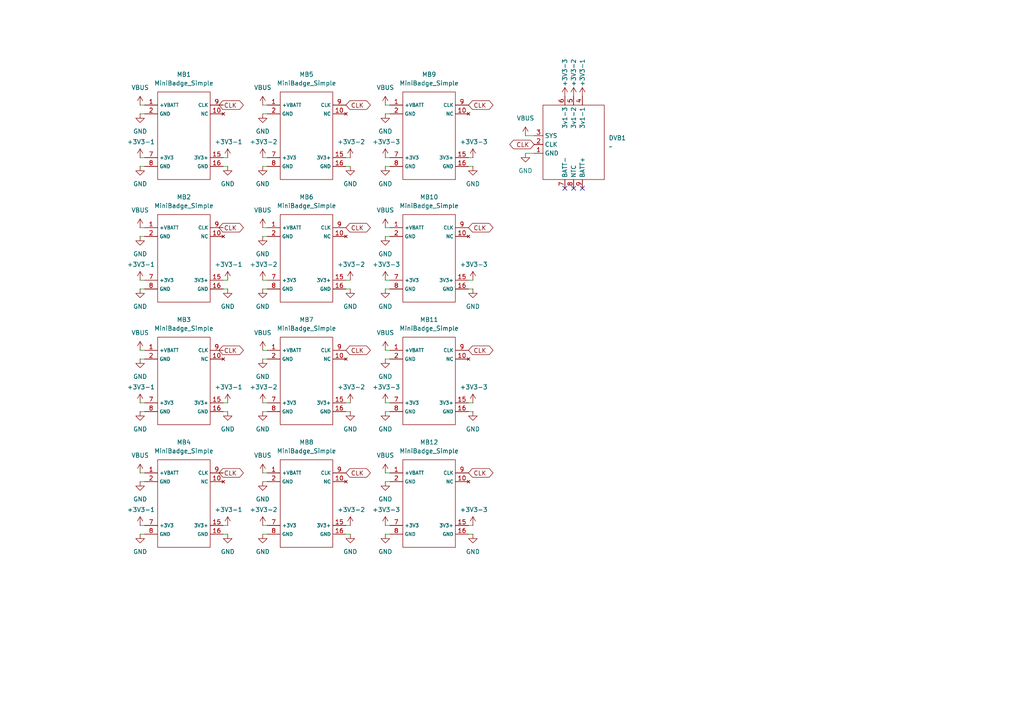
<source format=kicad_sch>
(kicad_sch (version 20250114) (generator "eeschema") (generator_version "9.0")
  (paper "A4")
  (lib_symbols
    (symbol "MiniBadge:MiniBadge_Simple"
      (property "Reference" "MB" (at 8.89 0 0))
      (property "Value" "MiniBadge_Simple" (at -10.16 0 0))
      (symbol "MiniBadge_Simple_0_1"
        (rectangle (start -12.7 7.62) (end 12.7 -7.62))
      )
      (symbol "MiniBadge_Simple_1_1"
        (pin power_out line (at -8.89 11.43 270) (length 3.81) (name "+VBATT") (number "1"))
        (pin output line (at -8.89 -11.43 90) (length 3.81) (name "CLK") (number "9"))
        (pin power_out line (at -6.35 11.43 270) (length 3.81) (name "GND") (number "2"))
        (pin no_connect line (at -6.35 -11.43 90) (length 3.81) (name "NC") (number "10"))
        (pin power_out line (at 6.35 11.43 270) (length 3.81) (name "+3V3") (number "7"))
        (pin power_out line (at 6.35 -11.43 90) (length 3.81) (name "3V3+") (number "15"))
        (pin power_out line (at 8.89 11.43 270) (length 3.81) (name "GND") (number "8"))
        (pin power_out line (at 8.89 -11.43 90) (length 3.81) (name "GND") (number "16"))
      )
    )
    (symbol "Minibadge Devboard:Minibadge_Devboard" (in_bom no)
      (property "Reference" "DVB" (at 11.43 -9.906 0))
      (symbol "Minibadge_Devboard_0_1"
        (rectangle (start -8.89 1.27) (end 8.89 -20.32))
      )
      (symbol "Minibadge_Devboard_1_1"
        (pin power_out line (at -11.43 -7.62 0) (length 2.54) (name "SYS") (number "3"))
        (pin bidirectional line (at -11.43 -10.16 0) (length 2.54) (name "CLK") (number "2"))
        (pin power_in line (at -11.43 -12.7 0) (length 2.54) (name "GND") (number "1"))
        (pin power_out line (at -2.54 3.81 270) (length 2.54) (name "3v1-3") (number "6"))
        (pin power_in line (at -2.54 -22.86 90) (length 2.54) (name "BATT-") (number "7"))
        (pin power_out line (at 0 3.81 270) (length 2.54) (name "3v1-2") (number "5"))
        (pin passive line (at 0 -22.86 90) (length 2.54) (name "NTC") (number "8"))
        (pin power_out line (at 2.54 3.81 270) (length 2.54) (name "3v1-1") (number "4"))
        (pin power_in line (at 2.54 -22.86 90) (length 2.54) (name "BATT+") (number "9"))
      )
    )
    (symbol "power:+3V3" (power) (pin_numbers (hide yes)) (pin_names (offset 0) (hide yes))
      (property "Value" "+3V3" (at 0 3.556 0))
      (symbol "+3V3_0_1"
        (polyline (pts (xy -0.762 1.27) (xy 0 2.54)))
        (polyline (pts (xy 0 2.54) (xy 0.762 1.27)))
        (polyline (pts (xy 0 0) (xy 0 2.54)))
      )
      (symbol "+3V3_1_1"
        (pin power_in line (at 0 0 90) (length 0) (name "~") (number "1"))
      )
    )
    (symbol "power:GND" (power) (pin_numbers (hide yes)) (pin_names (offset 0) (hide yes))
      (property "Value" "GND" (at 0 -3.81 0))
      (symbol "GND_0_1"
        (polyline (pts (xy 0 0) (xy 0 -1.27) (xy 1.27 -1.27) (xy 0 -2.54) (xy -1.27 -1.27) (xy 0 -1.27)))
      )
      (symbol "GND_1_1"
        (pin power_in line (at 0 0 270) (length 0) (name "~") (number "1"))
      )
    )
    (symbol "power:VBUS" (power) (pin_numbers (hide yes)) (pin_names (offset 0) (hide yes))
      (property "Value" "VBUS" (at 0 3.556 0))
      (symbol "VBUS_0_1"
        (polyline (pts (xy -0.762 1.27) (xy 0 2.54)))
        (polyline (pts (xy 0 2.54) (xy 0.762 1.27)))
        (polyline (pts (xy 0 0) (xy 0 2.54)))
      )
      (symbol "VBUS_1_1"
        (pin power_in line (at 0 0 90) (length 0) (name "~") (number "1"))
      )
    )
  )
  (no_connect (at 168.91 54.61))
  (no_connect (at 163.83 54.61))
  (no_connect (at 166.37 54.61))
  (wire (pts (xy 76.2 154.94) (xy 77.47 154.94)))
  (wire (pts (xy 101.6 152.4) (xy 100.33 152.4)))
  (wire (pts (xy 101.6 81.28) (xy 100.33 81.28)))
  (wire (pts (xy 137.16 116.84) (xy 135.89 116.84)))
  (wire (pts (xy 40.64 33.02) (xy 41.91 33.02)))
  (wire (pts (xy 66.04 154.94) (xy 64.77 154.94)))
  (wire (pts (xy 66.04 48.26) (xy 64.77 48.26)))
  (wire (pts (xy 40.64 119.38) (xy 41.91 119.38)))
  (wire (pts (xy 111.76 68.58) (xy 113.03 68.58)))
  (wire (pts (xy 111.76 154.94) (xy 113.03 154.94)))
  (wire (pts (xy 64.77 137.16) (xy 63.5 137.16)))
  (wire (pts (xy 111.76 104.14) (xy 113.03 104.14)))
  (wire (pts (xy 137.16 45.72) (xy 135.89 45.72)))
  (wire (pts (xy 66.04 45.72) (xy 64.77 45.72)))
  (wire (pts (xy 76.2 30.48) (xy 77.47 30.48)))
  (wire (pts (xy 111.76 116.84) (xy 113.03 116.84)))
  (wire (pts (xy 111.76 81.28) (xy 113.03 81.28)))
  (wire (pts (xy 111.76 30.48) (xy 113.03 30.48)))
  (wire (pts (xy 40.64 48.26) (xy 41.91 48.26)))
  (wire (pts (xy 64.77 66.04) (xy 63.5 66.04)))
  (wire (pts (xy 76.2 152.4) (xy 77.47 152.4)))
  (wire (pts (xy 111.76 101.6) (xy 113.03 101.6)))
  (wire (pts (xy 137.16 48.26) (xy 135.89 48.26)))
  (wire (pts (xy 40.64 104.14) (xy 41.91 104.14)))
  (wire (pts (xy 76.2 68.58) (xy 77.47 68.58)))
  (wire (pts (xy 101.6 116.84) (xy 100.33 116.84)))
  (wire (pts (xy 40.64 30.48) (xy 41.91 30.48)))
  (wire (pts (xy 40.64 116.84) (xy 41.91 116.84)))
  (wire (pts (xy 76.2 104.14) (xy 77.47 104.14)))
  (wire (pts (xy 152.4 39.37) (xy 154.94 39.37)))
  (wire (pts (xy 40.64 139.7) (xy 41.91 139.7)))
  (wire (pts (xy 40.64 101.6) (xy 41.91 101.6)))
  (wire (pts (xy 111.76 152.4) (xy 113.03 152.4)))
  (wire (pts (xy 40.64 66.04) (xy 41.91 66.04)))
  (wire (pts (xy 111.76 83.82) (xy 113.03 83.82)))
  (wire (pts (xy 111.76 33.02) (xy 113.03 33.02)))
  (wire (pts (xy 76.2 116.84) (xy 77.47 116.84)))
  (wire (pts (xy 152.4 44.45) (xy 154.94 44.45)))
  (wire (pts (xy 64.77 101.6) (xy 63.5 101.6)))
  (wire (pts (xy 76.2 45.72) (xy 77.47 45.72)))
  (wire (pts (xy 40.64 152.4) (xy 41.91 152.4)))
  (wire (pts (xy 40.64 83.82) (xy 41.91 83.82)))
  (wire (pts (xy 101.6 119.38) (xy 100.33 119.38)))
  (wire (pts (xy 111.76 48.26) (xy 113.03 48.26)))
  (wire (pts (xy 76.2 101.6) (xy 77.47 101.6)))
  (wire (pts (xy 40.64 45.72) (xy 41.91 45.72)))
  (wire (pts (xy 66.04 81.28) (xy 64.77 81.28)))
  (wire (pts (xy 101.6 45.72) (xy 100.33 45.72)))
  (wire (pts (xy 137.16 83.82) (xy 135.89 83.82)))
  (wire (pts (xy 76.2 66.04) (xy 77.47 66.04)))
  (wire (pts (xy 137.16 154.94) (xy 135.89 154.94)))
  (wire (pts (xy 76.2 81.28) (xy 77.47 81.28)))
  (wire (pts (xy 76.2 137.16) (xy 77.47 137.16)))
  (wire (pts (xy 76.2 119.38) (xy 77.47 119.38)))
  (wire (pts (xy 40.64 81.28) (xy 41.91 81.28)))
  (wire (pts (xy 101.6 154.94) (xy 100.33 154.94)))
  (wire (pts (xy 76.2 83.82) (xy 77.47 83.82)))
  (wire (pts (xy 40.64 154.94) (xy 41.91 154.94)))
  (wire (pts (xy 40.64 137.16) (xy 41.91 137.16)))
  (wire (pts (xy 66.04 83.82) (xy 64.77 83.82)))
  (wire (pts (xy 66.04 152.4) (xy 64.77 152.4)))
  (wire (pts (xy 101.6 48.26) (xy 100.33 48.26)))
  (wire (pts (xy 111.76 137.16) (xy 113.03 137.16)))
  (wire (pts (xy 111.76 119.38) (xy 113.03 119.38)))
  (wire (pts (xy 101.6 83.82) (xy 100.33 83.82)))
  (wire (pts (xy 76.2 139.7) (xy 77.47 139.7)))
  (wire (pts (xy 111.76 66.04) (xy 113.03 66.04)))
  (wire (pts (xy 137.16 81.28) (xy 135.89 81.28)))
  (wire (pts (xy 66.04 119.38) (xy 64.77 119.38)))
  (wire (pts (xy 111.76 45.72) (xy 113.03 45.72)))
  (wire (pts (xy 111.76 139.7) (xy 113.03 139.7)))
  (wire (pts (xy 76.2 33.02) (xy 77.47 33.02)))
  (wire (pts (xy 76.2 48.26) (xy 77.47 48.26)))
  (wire (pts (xy 137.16 119.38) (xy 135.89 119.38)))
  (wire (pts (xy 137.16 152.4) (xy 135.89 152.4)))
  (wire (pts (xy 40.64 68.58) (xy 41.91 68.58)))
  (wire (pts (xy 64.77 30.48) (xy 63.5 30.48)))
  (wire (pts (xy 66.04 116.84) (xy 64.77 116.84)))
  (global_label "CLK" (shape bidirectional) (at 63.5 30.48 0) (property "Intersheetrefs" "${INTERSHEET_REFS}" (effects (hide yes))))
  (global_label "CLK" (shape bidirectional) (at 63.5 66.04 0) (property "Intersheetrefs" "${INTERSHEET_REFS}" (effects (hide yes))))
  (global_label "CLK" (shape bidirectional) (at 100.33 30.48 0) (property "Intersheetrefs" "${INTERSHEET_REFS}" (effects (hide yes))))
  (global_label "CLK" (shape bidirectional) (at 100.33 137.16 0) (property "Intersheetrefs" "${INTERSHEET_REFS}" (effects (hide yes))))
  (global_label "CLK" (shape bidirectional) (at 135.89 30.48 0) (property "Intersheetrefs" "${INTERSHEET_REFS}" (effects (hide yes))))
  (global_label "CLK" (shape bidirectional) (at 135.89 101.6 0) (property "Intersheetrefs" "${INTERSHEET_REFS}" (effects (hide yes))))
  (global_label "CLK" (shape bidirectional) (at 154.94 41.91 180) (property "Intersheetrefs" "${INTERSHEET_REFS}" (effects (hide yes))))
  (global_label "CLK" (shape bidirectional) (at 135.89 66.04 0) (property "Intersheetrefs" "${INTERSHEET_REFS}" (effects (hide yes))))
  (global_label "CLK" (shape bidirectional) (at 100.33 101.6 0) (property "Intersheetrefs" "${INTERSHEET_REFS}" (effects (hide yes))))
  (global_label "CLK" (shape bidirectional) (at 63.5 101.6 0) (property "Intersheetrefs" "${INTERSHEET_REFS}" (effects (hide yes))))
  (global_label "CLK" (shape bidirectional) (at 100.33 66.04 0) (property "Intersheetrefs" "${INTERSHEET_REFS}" (effects (hide yes))))
  (global_label "CLK" (shape bidirectional) (at 135.89 137.16 0) (property "Intersheetrefs" "${INTERSHEET_REFS}" (effects (hide yes))))
  (global_label "CLK" (shape bidirectional) (at 63.5 137.16 0) (property "Intersheetrefs" "${INTERSHEET_REFS}" (effects (hide yes))))
  (symbol (lib_id "power:GND") (at 66.04 154.94 0) (unit 1)
    (property "Reference" "#PWR029" (effects (hide yes)))
    (property "Value" "GND" (at 66.04 160.02 0))
    (property "Description" "Power symbol creates a global label with name \"GND\" , ground" (effects (hide yes)))
  )
  (symbol (lib_id "power:GND") (at 40.64 104.14 0) (unit 1)
    (property "Reference" "#PWR019" (effects (hide yes)))
    (property "Value" "GND" (at 40.64 109.22 0))
    (property "Description" "Power symbol creates a global label with name \"GND\" , ground" (effects (hide yes)))
  )
  (symbol (lib_id "Minibadge Devboard:Minibadge_Devboard") (at 166.37 31.75 0) (unit 1) (in_bom no)
    (property "Reference" "DVB1" (at 176.53 40.0049 0) (effects (justify left)))
    (property "Value" "~" (at 176.53 42.5449 0) (effects (justify left)))
    (property "Footprint" "Minibadge Devboard:Minibadge Devboard" (effects (hide yes)))
  )
  (symbol (lib_id "power:+3V3") (at 111.76 45.72 0) (unit 1)
    (property "Reference" "#PWR056" (effects (hide yes)))
    (property "Value" "+3V3-3" (at 112.014 41.148 0))
    (property "Description" "Power symbol creates a global label with name \"+3V3\"" (effects (hide yes)))
  )
  (symbol (lib_id "power:GND") (at 111.76 104.14 0) (unit 1)
    (property "Reference" "#PWR063" (effects (hide yes)))
    (property "Value" "GND" (at 111.76 109.22 0))
    (property "Description" "Power symbol creates a global label with name \"GND\" , ground" (effects (hide yes)))
  )
  (symbol (lib_id "MiniBadge:MiniBadge_Simple") (at 53.34 146.05 90) (mirror x) (unit 1)
    (property "Reference" "MB4" (at 53.34 128.27 90))
    (property "Value" "MiniBadge_Simple" (at 53.34 130.81 90))
    (property "Footprint" "MiniBadge:MiniBadge_Slot_Basic" (effects (hide yes)))
  )
  (symbol (lib_id "power:GND") (at 76.2 119.38 0) (unit 1)
    (property "Reference" "#PWR041" (effects (hide yes)))
    (property "Value" "GND" (at 76.2 124.46 0))
    (property "Description" "Power symbol creates a global label with name \"GND\" , ground" (effects (hide yes)))
  )
  (symbol (lib_id "power:GND") (at 137.16 154.94 0) (unit 1)
    (property "Reference" "#PWR077" (effects (hide yes)))
    (property "Value" "GND" (at 137.16 160.02 0))
    (property "Description" "Power symbol creates a global label with name \"GND\" , ground" (effects (hide yes)))
  )
  (symbol (lib_id "power:GND") (at 76.2 104.14 0) (unit 1)
    (property "Reference" "#PWR039" (effects (hide yes)))
    (property "Value" "GND" (at 76.2 109.22 0))
    (property "Description" "Power symbol creates a global label with name \"GND\" , ground" (effects (hide yes)))
  )
  (symbol (lib_id "power:+3V3") (at 111.76 116.84 0) (unit 1)
    (property "Reference" "#PWR064" (effects (hide yes)))
    (property "Value" "+3V3-3" (at 112.014 112.268 0))
    (property "Description" "Power symbol creates a global label with name \"+3V3\"" (effects (hide yes)))
  )
  (symbol (lib_id "power:GND") (at 101.6 48.26 0) (unit 1)
    (property "Reference" "#PWR047" (effects (hide yes)))
    (property "Value" "GND" (at 101.6 53.34 0))
    (property "Description" "Power symbol creates a global label with name \"GND\" , ground" (effects (hide yes)))
  )
  (symbol (lib_id "power:+3V3") (at 166.37 27.94 0) (unit 1)
    (property "Reference" "#PWR02" (effects (hide yes)))
    (property "Value" "+3V3-2" (at 166.37 21.082 90))
    (property "Description" "Power symbol creates a global label with name \"+3V3\"" (effects (hide yes)))
  )
  (symbol (lib_id "power:GND") (at 111.76 83.82 0) (unit 1)
    (property "Reference" "#PWR061" (effects (hide yes)))
    (property "Value" "GND" (at 111.76 88.9 0))
    (property "Description" "Power symbol creates a global label with name \"GND\" , ground" (effects (hide yes)))
  )
  (symbol (lib_id "MiniBadge:MiniBadge_Simple") (at 53.34 74.93 90) (mirror x) (unit 1)
    (property "Reference" "MB2" (at 53.34 57.15 90))
    (property "Value" "MiniBadge_Simple" (at 53.34 59.69 90))
    (property "Footprint" "MiniBadge:MiniBadge_Slot_Basic" (effects (hide yes)))
  )
  (symbol (lib_id "power:VBUS") (at 76.2 66.04 0) (unit 1)
    (property "Reference" "#PWR034" (effects (hide yes)))
    (property "Value" "VBUS" (at 76.2 60.96 0))
    (property "Description" "Power symbol creates a global label with name \"VBUS\"" (effects (hide yes)))
  )
  (symbol (lib_id "power:+3V3") (at 40.64 81.28 0) (unit 1)
    (property "Reference" "#PWR014" (effects (hide yes)))
    (property "Value" "+3V3-1" (at 40.894 76.708 0))
    (property "Description" "Power symbol creates a global label with name \"+3V3\"" (effects (hide yes)))
  )
  (symbol (lib_id "power:+3V3") (at 66.04 81.28 0) (unit 1)
    (property "Reference" "#PWR016" (effects (hide yes)))
    (property "Value" "+3V3-1" (at 66.294 76.708 0))
    (property "Description" "Power symbol creates a global label with name \"+3V3\"" (effects (hide yes)))
  )
  (symbol (lib_id "power:GND") (at 76.2 154.94 0) (unit 1)
    (property "Reference" "#PWR045" (effects (hide yes)))
    (property "Value" "GND" (at 76.2 160.02 0))
    (property "Description" "Power symbol creates a global label with name \"GND\" , ground" (effects (hide yes)))
  )
  (symbol (lib_id "power:GND") (at 40.64 83.82 0) (unit 1)
    (property "Reference" "#PWR015" (effects (hide yes)))
    (property "Value" "GND" (at 40.64 88.9 0))
    (property "Description" "Power symbol creates a global label with name \"GND\" , ground" (effects (hide yes)))
  )
  (symbol (lib_id "power:GND") (at 76.2 48.26 0) (unit 1)
    (property "Reference" "#PWR033" (effects (hide yes)))
    (property "Value" "GND" (at 76.2 53.34 0))
    (property "Description" "Power symbol creates a global label with name \"GND\" , ground" (effects (hide yes)))
  )
  (symbol (lib_id "power:+3V3") (at 137.16 116.84 0) (unit 1)
    (property "Reference" "#PWR074" (effects (hide yes)))
    (property "Value" "+3V3-3" (at 137.414 112.268 0))
    (property "Description" "Power symbol creates a global label with name \"+3V3\"" (effects (hide yes)))
  )
  (symbol (lib_id "power:+3V3") (at 137.16 81.28 0) (unit 1)
    (property "Reference" "#PWR072" (effects (hide yes)))
    (property "Value" "+3V3-3" (at 137.414 76.708 0))
    (property "Description" "Power symbol creates a global label with name \"+3V3\"" (effects (hide yes)))
  )
  (symbol (lib_id "power:+3V3") (at 40.64 152.4 0) (unit 1)
    (property "Reference" "#PWR026" (effects (hide yes)))
    (property "Value" "+3V3-1" (at 40.894 147.828 0))
    (property "Description" "Power symbol creates a global label with name \"+3V3\"" (effects (hide yes)))
  )
  (symbol (lib_id "power:+3V3") (at 137.16 45.72 0) (unit 1)
    (property "Reference" "#PWR070" (effects (hide yes)))
    (property "Value" "+3V3-3" (at 137.414 41.148 0))
    (property "Description" "Power symbol creates a global label with name \"+3V3\"" (effects (hide yes)))
  )
  (symbol (lib_id "power:GND") (at 76.2 33.02 0) (unit 1)
    (property "Reference" "#PWR031" (effects (hide yes)))
    (property "Value" "GND" (at 76.2 38.1 0))
    (property "Description" "Power symbol creates a global label with name \"GND\" , ground" (effects (hide yes)))
  )
  (symbol (lib_id "MiniBadge:MiniBadge_Simple") (at 124.46 146.05 90) (mirror x) (unit 1)
    (property "Reference" "MB12" (at 124.46 128.27 90))
    (property "Value" "MiniBadge_Simple" (at 124.46 130.81 90))
    (property "Footprint" "MiniBadge:MiniBadge_Slot_Basic" (effects (hide yes)))
  )
  (symbol (lib_id "power:GND") (at 40.64 33.02 0) (unit 1)
    (property "Reference" "#PWR011" (effects (hide yes)))
    (property "Value" "GND" (at 40.64 38.1 0))
    (property "Description" "Power symbol creates a global label with name \"GND\" , ground" (effects (hide yes)))
  )
  (symbol (lib_id "power:GND") (at 111.76 48.26 0) (unit 1)
    (property "Reference" "#PWR057" (effects (hide yes)))
    (property "Value" "GND" (at 111.76 53.34 0))
    (property "Description" "Power symbol creates a global label with name \"GND\" , ground" (effects (hide yes)))
  )
  (symbol (lib_id "power:GND") (at 152.4 44.45 0) (unit 1)
    (property "Reference" "#PWR05" (effects (hide yes)))
    (property "Value" "GND" (at 152.4 49.53 0))
    (property "Description" "Power symbol creates a global label with name \"GND\" , ground" (effects (hide yes)))
  )
  (symbol (lib_id "MiniBadge:MiniBadge_Simple") (at 88.9 74.93 90) (mirror x) (unit 1)
    (property "Reference" "MB6" (at 88.9 57.15 90))
    (property "Value" "MiniBadge_Simple" (at 88.9 59.69 90))
    (property "Footprint" "MiniBadge:MiniBadge_Slot_Basic" (effects (hide yes)))
  )
  (symbol (lib_id "power:VBUS") (at 40.64 66.04 0) (unit 1)
    (property "Reference" "#PWR012" (effects (hide yes)))
    (property "Value" "VBUS" (at 40.64 60.96 0))
    (property "Description" "Power symbol creates a global label with name \"VBUS\"" (effects (hide yes)))
  )
  (symbol (lib_id "power:VBUS") (at 40.64 30.48 0) (unit 1)
    (property "Reference" "#PWR08" (effects (hide yes)))
    (property "Value" "VBUS" (at 40.64 25.4 0))
    (property "Description" "Power symbol creates a global label with name \"VBUS\"" (effects (hide yes)))
  )
  (symbol (lib_id "power:GND") (at 66.04 48.26 0) (unit 1)
    (property "Reference" "#PWR09" (effects (hide yes)))
    (property "Value" "GND" (at 66.04 53.34 0))
    (property "Description" "Power symbol creates a global label with name \"GND\" , ground" (effects (hide yes)))
  )
  (symbol (lib_id "MiniBadge:MiniBadge_Simple") (at 53.34 39.37 90) (mirror x) (unit 1)
    (property "Reference" "MB1" (at 53.34 21.59 90))
    (property "Value" "MiniBadge_Simple" (at 53.34 24.13 90))
    (property "Footprint" "MiniBadge:MiniBadge_Slot_Basic" (effects (hide yes)))
  )
  (symbol (lib_id "power:GND") (at 76.2 68.58 0) (unit 1)
    (property "Reference" "#PWR035" (effects (hide yes)))
    (property "Value" "GND" (at 76.2 73.66 0))
    (property "Description" "Power symbol creates a global label with name \"GND\" , ground" (effects (hide yes)))
  )
  (symbol (lib_id "MiniBadge:MiniBadge_Simple") (at 88.9 146.05 90) (mirror x) (unit 1)
    (property "Reference" "MB8" (at 88.9 128.27 90))
    (property "Value" "MiniBadge_Simple" (at 88.9 130.81 90))
    (property "Footprint" "MiniBadge:MiniBadge_Slot_Basic" (effects (hide yes)))
  )
  (symbol (lib_id "power:+3V3") (at 76.2 81.28 0) (unit 1)
    (property "Reference" "#PWR036" (effects (hide yes)))
    (property "Value" "+3V3-2" (at 76.454 76.708 0))
    (property "Description" "Power symbol creates a global label with name \"+3V3\"" (effects (hide yes)))
  )
  (symbol (lib_id "power:VBUS") (at 111.76 66.04 0) (unit 1)
    (property "Reference" "#PWR058" (effects (hide yes)))
    (property "Value" "VBUS" (at 111.76 60.96 0))
    (property "Description" "Power symbol creates a global label with name \"VBUS\"" (effects (hide yes)))
  )
  (symbol (lib_id "power:GND") (at 137.16 83.82 0) (unit 1)
    (property "Reference" "#PWR073" (effects (hide yes)))
    (property "Value" "GND" (at 137.16 88.9 0))
    (property "Description" "Power symbol creates a global label with name \"GND\" , ground" (effects (hide yes)))
  )
  (symbol (lib_id "power:VBUS") (at 76.2 101.6 0) (unit 1)
    (property "Reference" "#PWR038" (effects (hide yes)))
    (property "Value" "VBUS" (at 76.2 96.52 0))
    (property "Description" "Power symbol creates a global label with name \"VBUS\"" (effects (hide yes)))
  )
  (symbol (lib_id "power:GND") (at 76.2 139.7 0) (unit 1)
    (property "Reference" "#PWR043" (effects (hide yes)))
    (property "Value" "GND" (at 76.2 144.78 0))
    (property "Description" "Power symbol creates a global label with name \"GND\" , ground" (effects (hide yes)))
  )
  (symbol (lib_id "power:+3V3") (at 137.16 152.4 0) (unit 1)
    (property "Reference" "#PWR076" (effects (hide yes)))
    (property "Value" "+3V3-3" (at 137.414 147.828 0))
    (property "Description" "Power symbol creates a global label with name \"+3V3\"" (effects (hide yes)))
  )
  (symbol (lib_id "power:+3V3") (at 66.04 152.4 0) (unit 1)
    (property "Reference" "#PWR028" (effects (hide yes)))
    (property "Value" "+3V3-1" (at 66.294 147.828 0))
    (property "Description" "Power symbol creates a global label with name \"+3V3\"" (effects (hide yes)))
  )
  (symbol (lib_id "power:GND") (at 101.6 154.94 0) (unit 1)
    (property "Reference" "#PWR053" (effects (hide yes)))
    (property "Value" "GND" (at 101.6 160.02 0))
    (property "Description" "Power symbol creates a global label with name \"GND\" , ground" (effects (hide yes)))
  )
  (symbol (lib_id "power:VBUS") (at 40.64 101.6 0) (unit 1)
    (property "Reference" "#PWR018" (effects (hide yes)))
    (property "Value" "VBUS" (at 40.64 96.52 0))
    (property "Description" "Power symbol creates a global label with name \"VBUS\"" (effects (hide yes)))
  )
  (symbol (lib_id "power:+3V3") (at 76.2 45.72 0) (unit 1)
    (property "Reference" "#PWR032" (effects (hide yes)))
    (property "Value" "+3V3-2" (at 76.454 41.148 0))
    (property "Description" "Power symbol creates a global label with name \"+3V3\"" (effects (hide yes)))
  )
  (symbol (lib_id "power:GND") (at 111.76 68.58 0) (unit 1)
    (property "Reference" "#PWR059" (effects (hide yes)))
    (property "Value" "GND" (at 111.76 73.66 0))
    (property "Description" "Power symbol creates a global label with name \"GND\" , ground" (effects (hide yes)))
  )
  (symbol (lib_id "MiniBadge:MiniBadge_Simple") (at 124.46 39.37 90) (mirror x) (unit 1)
    (property "Reference" "MB9" (at 124.46 21.59 90))
    (property "Value" "MiniBadge_Simple" (at 124.46 24.13 90))
    (property "Footprint" "MiniBadge:MiniBadge_Slot_Basic" (effects (hide yes)))
  )
  (symbol (lib_id "power:VBUS") (at 111.76 101.6 0) (unit 1)
    (property "Reference" "#PWR062" (effects (hide yes)))
    (property "Value" "VBUS" (at 111.76 96.52 0))
    (property "Description" "Power symbol creates a global label with name \"VBUS\"" (effects (hide yes)))
  )
  (symbol (lib_id "power:VBUS") (at 111.76 30.48 0) (unit 1)
    (property "Reference" "#PWR054" (effects (hide yes)))
    (property "Value" "VBUS" (at 111.76 25.4 0))
    (property "Description" "Power symbol creates a global label with name \"VBUS\"" (effects (hide yes)))
  )
  (symbol (lib_id "power:+3V3") (at 66.04 45.72 0) (unit 1)
    (property "Reference" "#PWR06" (effects (hide yes)))
    (property "Value" "+3V3-1" (at 66.294 41.148 0))
    (property "Description" "Power symbol creates a global label with name \"+3V3\"" (effects (hide yes)))
  )
  (symbol (lib_id "power:+3V3") (at 111.76 152.4 0) (unit 1)
    (property "Reference" "#PWR068" (effects (hide yes)))
    (property "Value" "+3V3-3" (at 112.014 147.828 0))
    (property "Description" "Power symbol creates a global label with name \"+3V3\"" (effects (hide yes)))
  )
  (symbol (lib_id "MiniBadge:MiniBadge_Simple") (at 124.46 110.49 90) (mirror x) (unit 1)
    (property "Reference" "MB11" (at 124.46 92.71 90))
    (property "Value" "MiniBadge_Simple" (at 124.46 95.25 90))
    (property "Footprint" "MiniBadge:MiniBadge_Slot_Basic" (effects (hide yes)))
  )
  (symbol (lib_id "power:GND") (at 66.04 83.82 0) (unit 1)
    (property "Reference" "#PWR017" (effects (hide yes)))
    (property "Value" "GND" (at 66.04 88.9 0))
    (property "Description" "Power symbol creates a global label with name \"GND\" , ground" (effects (hide yes)))
  )
  (symbol (lib_id "power:GND") (at 40.64 48.26 0) (unit 1)
    (property "Reference" "#PWR010" (effects (hide yes)))
    (property "Value" "GND" (at 40.64 53.34 0))
    (property "Description" "Power symbol creates a global label with name \"GND\" , ground" (effects (hide yes)))
  )
  (symbol (lib_id "power:VBUS") (at 76.2 137.16 0) (unit 1)
    (property "Reference" "#PWR042" (effects (hide yes)))
    (property "Value" "VBUS" (at 76.2 132.08 0))
    (property "Description" "Power symbol creates a global label with name \"VBUS\"" (effects (hide yes)))
  )
  (symbol (lib_id "power:VBUS") (at 152.4 39.37 0) (unit 1)
    (property "Reference" "#PWR04" (effects (hide yes)))
    (property "Value" "VBUS" (at 152.4 34.29 0))
    (property "Description" "Power symbol creates a global label with name \"VBUS\"" (effects (hide yes)))
  )
  (symbol (lib_id "power:+3V3") (at 163.83 27.94 0) (unit 1)
    (property "Reference" "#PWR03" (effects (hide yes)))
    (property "Value" "+3V3-3" (at 163.83 21.082 90))
    (property "Description" "Power symbol creates a global label with name \"+3V3\"" (effects (hide yes)))
  )
  (symbol (lib_id "power:GND") (at 101.6 83.82 0) (unit 1)
    (property "Reference" "#PWR049" (effects (hide yes)))
    (property "Value" "GND" (at 101.6 88.9 0))
    (property "Description" "Power symbol creates a global label with name \"GND\" , ground" (effects (hide yes)))
  )
  (symbol (lib_id "power:GND") (at 66.04 119.38 0) (unit 1)
    (property "Reference" "#PWR023" (effects (hide yes)))
    (property "Value" "GND" (at 66.04 124.46 0))
    (property "Description" "Power symbol creates a global label with name \"GND\" , ground" (effects (hide yes)))
  )
  (symbol (lib_id "MiniBadge:MiniBadge_Simple") (at 124.46 74.93 90) (mirror x) (unit 1)
    (property "Reference" "MB10" (at 124.46 57.15 90))
    (property "Value" "MiniBadge_Simple" (at 124.46 59.69 90))
    (property "Footprint" "MiniBadge:MiniBadge_Slot_Basic" (effects (hide yes)))
  )
  (symbol (lib_id "power:+3V3") (at 168.91 27.94 0) (unit 1)
    (property "Reference" "#PWR01" (effects (hide yes)))
    (property "Value" "+3V3-1" (at 168.91 21.082 90))
    (property "Description" "Power symbol creates a global label with name \"+3V3\"" (effects (hide yes)))
  )
  (symbol (lib_id "power:GND") (at 111.76 33.02 0) (unit 1)
    (property "Reference" "#PWR055" (effects (hide yes)))
    (property "Value" "GND" (at 111.76 38.1 0))
    (property "Description" "Power symbol creates a global label with name \"GND\" , ground" (effects (hide yes)))
  )
  (symbol (lib_id "MiniBadge:MiniBadge_Simple") (at 53.34 110.49 90) (mirror x) (unit 1)
    (property "Reference" "MB3" (at 53.34 92.71 90))
    (property "Value" "MiniBadge_Simple" (at 53.34 95.25 90))
    (property "Footprint" "MiniBadge:MiniBadge_Slot_Basic" (effects (hide yes)))
  )
  (symbol (lib_id "power:VBUS") (at 111.76 137.16 0) (unit 1)
    (property "Reference" "#PWR066" (effects (hide yes)))
    (property "Value" "VBUS" (at 111.76 132.08 0))
    (property "Description" "Power symbol creates a global label with name \"VBUS\"" (effects (hide yes)))
  )
  (symbol (lib_id "power:+3V3") (at 111.76 81.28 0) (unit 1)
    (property "Reference" "#PWR060" (effects (hide yes)))
    (property "Value" "+3V3-3" (at 112.014 76.708 0))
    (property "Description" "Power symbol creates a global label with name \"+3V3\"" (effects (hide yes)))
  )
  (symbol (lib_id "power:VBUS") (at 76.2 30.48 0) (unit 1)
    (property "Reference" "#PWR030" (effects (hide yes)))
    (property "Value" "VBUS" (at 76.2 25.4 0))
    (property "Description" "Power symbol creates a global label with name \"VBUS\"" (effects (hide yes)))
  )
  (symbol (lib_id "power:GND") (at 40.64 139.7 0) (unit 1)
    (property "Reference" "#PWR025" (effects (hide yes)))
    (property "Value" "GND" (at 40.64 144.78 0))
    (property "Description" "Power symbol creates a global label with name \"GND\" , ground" (effects (hide yes)))
  )
  (symbol (lib_id "power:+3V3") (at 101.6 116.84 0) (unit 1)
    (property "Reference" "#PWR050" (effects (hide yes)))
    (property "Value" "+3V3-2" (at 101.854 112.268 0))
    (property "Description" "Power symbol creates a global label with name \"+3V3\"" (effects (hide yes)))
  )
  (symbol (lib_id "power:GND") (at 111.76 119.38 0) (unit 1)
    (property "Reference" "#PWR065" (effects (hide yes)))
    (property "Value" "GND" (at 111.76 124.46 0))
    (property "Description" "Power symbol creates a global label with name \"GND\" , ground" (effects (hide yes)))
  )
  (symbol (lib_id "power:+3V3") (at 101.6 81.28 0) (unit 1)
    (property "Reference" "#PWR048" (effects (hide yes)))
    (property "Value" "+3V3-2" (at 101.854 76.708 0))
    (property "Description" "Power symbol creates a global label with name \"+3V3\"" (effects (hide yes)))
  )
  (symbol (lib_id "power:GND") (at 76.2 83.82 0) (unit 1)
    (property "Reference" "#PWR037" (effects (hide yes)))
    (property "Value" "GND" (at 76.2 88.9 0))
    (property "Description" "Power symbol creates a global label with name \"GND\" , ground" (effects (hide yes)))
  )
  (symbol (lib_id "MiniBadge:MiniBadge_Simple") (at 88.9 39.37 90) (mirror x) (unit 1)
    (property "Reference" "MB5" (at 88.9 21.59 90))
    (property "Value" "MiniBadge_Simple" (at 88.9 24.13 90))
    (property "Footprint" "MiniBadge:MiniBadge_Slot_Basic" (effects (hide yes)))
  )
  (symbol (lib_id "power:+3V3") (at 101.6 45.72 0) (unit 1)
    (property "Reference" "#PWR046" (effects (hide yes)))
    (property "Value" "+3V3-2" (at 101.854 41.148 0))
    (property "Description" "Power symbol creates a global label with name \"+3V3\"" (effects (hide yes)))
  )
  (symbol (lib_id "MiniBadge:MiniBadge_Simple") (at 88.9 110.49 90) (mirror x) (unit 1)
    (property "Reference" "MB7" (at 88.9 92.71 90))
    (property "Value" "MiniBadge_Simple" (at 88.9 95.25 90))
    (property "Footprint" "MiniBadge:MiniBadge_Slot_Basic" (effects (hide yes)))
  )
  (symbol (lib_id "power:GND") (at 40.64 68.58 0) (unit 1)
    (property "Reference" "#PWR013" (effects (hide yes)))
    (property "Value" "GND" (at 40.64 73.66 0))
    (property "Description" "Power symbol creates a global label with name \"GND\" , ground" (effects (hide yes)))
  )
  (symbol (lib_id "power:+3V3") (at 76.2 116.84 0) (unit 1)
    (property "Reference" "#PWR040" (effects (hide yes)))
    (property "Value" "+3V3-2" (at 76.454 112.268 0))
    (property "Description" "Power symbol creates a global label with name \"+3V3\"" (effects (hide yes)))
  )
  (symbol (lib_id "power:GND") (at 111.76 139.7 0) (unit 1)
    (property "Reference" "#PWR067" (effects (hide yes)))
    (property "Value" "GND" (at 111.76 144.78 0))
    (property "Description" "Power symbol creates a global label with name \"GND\" , ground" (effects (hide yes)))
  )
  (symbol (lib_id "power:VBUS") (at 40.64 137.16 0) (unit 1)
    (property "Reference" "#PWR024" (effects (hide yes)))
    (property "Value" "VBUS" (at 40.64 132.08 0))
    (property "Description" "Power symbol creates a global label with name \"VBUS\"" (effects (hide yes)))
  )
  (symbol (lib_id "power:GND") (at 137.16 48.26 0) (unit 1)
    (property "Reference" "#PWR071" (effects (hide yes)))
    (property "Value" "GND" (at 137.16 53.34 0))
    (property "Description" "Power symbol creates a global label with name \"GND\" , ground" (effects (hide yes)))
  )
  (symbol (lib_id "power:GND") (at 40.64 119.38 0) (unit 1)
    (property "Reference" "#PWR021" (effects (hide yes)))
    (property "Value" "GND" (at 40.64 124.46 0))
    (property "Description" "Power symbol creates a global label with name \"GND\" , ground" (effects (hide yes)))
  )
  (symbol (lib_id "power:GND") (at 101.6 119.38 0) (unit 1)
    (property "Reference" "#PWR051" (effects (hide yes)))
    (property "Value" "GND" (at 101.6 124.46 0))
    (property "Description" "Power symbol creates a global label with name \"GND\" , ground" (effects (hide yes)))
  )
  (symbol (lib_id "power:+3V3") (at 76.2 152.4 0) (unit 1)
    (property "Reference" "#PWR044" (effects (hide yes)))
    (property "Value" "+3V3-2" (at 76.454 147.828 0))
    (property "Description" "Power symbol creates a global label with name \"+3V3\"" (effects (hide yes)))
  )
  (symbol (lib_id "power:+3V3") (at 101.6 152.4 0) (unit 1)
    (property "Reference" "#PWR052" (effects (hide yes)))
    (property "Value" "+3V3-2" (at 101.854 147.828 0))
    (property "Description" "Power symbol creates a global label with name \"+3V3\"" (effects (hide yes)))
  )
  (symbol (lib_id "power:+3V3") (at 40.64 116.84 0) (unit 1)
    (property "Reference" "#PWR020" (effects (hide yes)))
    (property "Value" "+3V3-1" (at 40.894 112.268 0))
    (property "Description" "Power symbol creates a global label with name \"+3V3\"" (effects (hide yes)))
  )
  (symbol (lib_id "power:GND") (at 137.16 119.38 0) (unit 1)
    (property "Reference" "#PWR075" (effects (hide yes)))
    (property "Value" "GND" (at 137.16 124.46 0))
    (property "Description" "Power symbol creates a global label with name \"GND\" , ground" (effects (hide yes)))
  )
  (symbol (lib_id "power:GND") (at 111.76 154.94 0) (unit 1)
    (property "Reference" "#PWR069" (effects (hide yes)))
    (property "Value" "GND" (at 111.76 160.02 0))
    (property "Description" "Power symbol creates a global label with name \"GND\" , ground" (effects (hide yes)))
  )
  (symbol (lib_id "power:GND") (at 40.64 154.94 0) (unit 1)
    (property "Reference" "#PWR027" (effects (hide yes)))
    (property "Value" "GND" (at 40.64 160.02 0))
    (property "Description" "Power symbol creates a global label with name \"GND\" , ground" (effects (hide yes)))
  )
  (symbol (lib_id "power:+3V3") (at 40.64 45.72 0) (unit 1)
    (property "Reference" "#PWR07" (effects (hide yes)))
    (property "Value" "+3V3-1" (at 40.894 41.148 0))
    (property "Description" "Power symbol creates a global label with name \"+3V3\"" (effects (hide yes)))
  )
  (symbol (lib_id "power:+3V3") (at 66.04 116.84 0) (unit 1)
    (property "Reference" "#PWR022" (effects (hide yes)))
    (property "Value" "+3V3-1" (at 66.294 112.268 0))
    (property "Description" "Power symbol creates a global label with name \"+3V3\"" (effects (hide yes)))
  )
)
</source>
